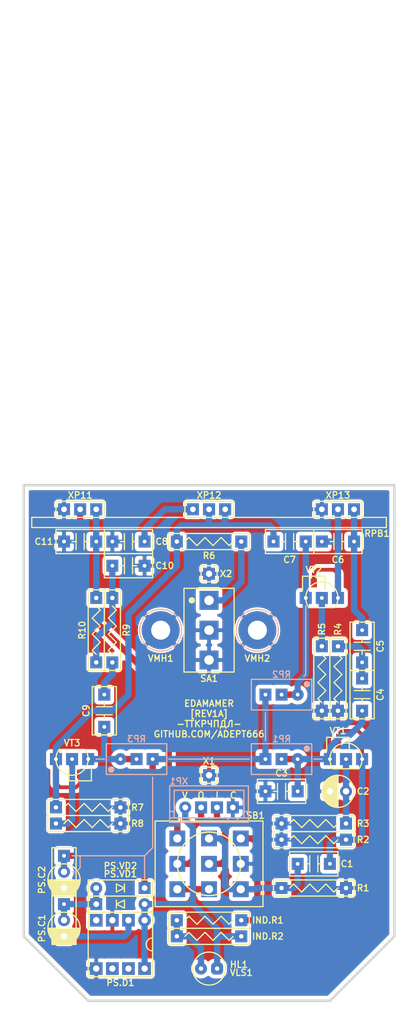
<source format=kicad_pcb>
(kicad_pcb (version 20171130) (host pcbnew 5.1.6-c6e7f7d~87~ubuntu19.10.1)
  (title_block (title Edamamer) (date 2022-01-06) (rev 1A) (company "Igor Ivanov") (comment 1 https://github.com/Adept666) (comment 2 "This project is licensed under GNU General Public License v3.0 or later"))
  (layers (0 F.Cu jumper) (31 B.Cu signal) (36 B.SilkS user) (37 F.SilkS user) (38 B.Mask user) (39 F.Mask user) (44 Edge.Cuts user))
  (net 0 "")
  (net 1 COM)
  (net 2 "Net-(HL1-PadC)")
  (net 3 /LED)
  (net 4 V)
  (net 5 /IN-CIR)
  (net 6 /IN-CON)
  (net 7 "Net-(SB1-PadNC1)")
  (net 8 /OUT-CIR)
  (net 9 /OUT-CON)
  (net 10 "Net-(C8-Pad1)")
  (net 11 "Net-(C9-Pad1)")
  (net 12 "Net-(C1-Pad2)")
  (net 13 "Net-(C7-Pad1)")
  (net 14 "Net-(C5-Pad2)")
  (net 15 "Net-(C7-Pad2)")
  (net 16 "Net-(C2-Pad+)")
  (net 17 "Net-(C3-Pad1)")
  (net 18 "Net-(C4-Pad2)")
  (net 19 "Net-(C6-Pad2)")
  (net 20 "Net-(C9-Pad2)")
  (net 21 "Net-(C10-Pad1)")
  (net 22 "Net-(C11-Pad1)")
  (net 23 "Net-(PS.C1-Pad-)")
  (net 24 "Net-(PS.C1-Pad+)")
  (net 25 VA)
  (net 26 "Net-(PS.D1-Pad4)")
  (net 27 "Net-(PS.D1-Pad6)")
  (net 28 "Net-(PS.D1-Pad7)")
  (net 29 "Net-(R5-Pad2)")
  (net 30 "Net-(R6-Pad1)")
  (net 31 "Net-(R8-Pad2)")
  (module KCL:VMH-STA-DA5-PNL-3.0 (layer F.Cu) (at 97.79 147.32)
    (fp_text reference VMH1 (at 0 4.445) (layer F.SilkS) (effects (font (thickness 0.2))))
    (fp_text value DI5M3x18)
    (pad 0 thru_hole circle (at 0 0) (size 6 6) (drill 3) (layers *.Cu *.Mask) (net 1 COM))
  )
  (module KCL:VMH-STA-DA5-PNL-3.0 (layer F.Cu) (at 113.03 147.32)
    (fp_text reference VMH2 (at 0 4.445) (layer F.SilkS) (effects (font (thickness 0.2))))
    (fp_text value DI5M3x18)
    (pad 0 thru_hole circle (at 0 0) (size 6 6) (drill 3) (layers *.Cu *.Mask) (net 1 COM))
  )
  (module SBKCL-TH-ML:P-SOT-23-D-S-G-OR-TO-92-D-S-G (layer F.Cu) (at 83.82 167.64 180)
    (fp_text reference VT3 (at 0 2.54) (layer F.SilkS) (effects (font (thickness 0.2))))
    (fp_text value 5457)
    (pad D thru_hole rect (at -2.54 0 180) (size 1.9 1.9) (drill 0.6) (layers *.Cu *.Mask) (net 11 "Net-(C9-Pad1)"))
    (pad S thru_hole rect (at 0 0 180) (size 1.9 1.9) (drill 0.6) (layers *.Cu *.Mask) (net 31 "Net-(R8-Pad2)"))
    (pad G thru_hole rect (at 2.54 0 180) (size 1.9 1.9) (drill 0.6) (layers *.Cu *.Mask) (net 15 "Net-(C7-Pad2)"))
    (pad G smd rect (at -1.27 -2.37 180) (size 1 1.4) (layers F.Cu F.Mask) (net 15 "Net-(C7-Pad2)"))
  )
  (module SBKCL-TH-ML:P-SOT-23-D-S-G-OR-TO-92-D-S-G (layer F.Cu) (at 123.19 142.24)
    (fp_text reference VT2 (at -1.27 -4.445) (layer F.SilkS) (effects (font (thickness 0.2))))
    (fp_text value J201)
    (pad G smd rect (at -1.27 -2.37) (size 1 1.4) (layers F.Cu F.Mask) (net 19 "Net-(C6-Pad2)"))
    (pad G thru_hole rect (at 2.54 0) (size 1.9 1.9) (drill 0.6) (layers *.Cu *.Mask) (net 19 "Net-(C6-Pad2)"))
    (pad S thru_hole rect (at 0 0) (size 1.9 1.9) (drill 0.6) (layers *.Cu *.Mask) (net 29 "Net-(R5-Pad2)"))
    (pad D thru_hole rect (at -2.54 0) (size 1.9 1.9) (drill 0.6) (layers *.Cu *.Mask) (net 13 "Net-(C7-Pad1)"))
  )
  (module SBKCL-TH-ML:P-SOT-23-D-S-G-OR-TO-92-D-S-G (layer F.Cu) (at 127 167.64)
    (fp_text reference VT1 (at -1.27 -4.445) (layer F.SilkS) (effects (font (thickness 0.2))))
    (fp_text value J201)
    (pad G smd rect (at -1.27 -2.37) (size 1 1.4) (layers F.Cu F.Mask) (net 12 "Net-(C1-Pad2)"))
    (pad G thru_hole rect (at 2.54 0) (size 1.9 1.9) (drill 0.6) (layers *.Cu *.Mask) (net 12 "Net-(C1-Pad2)"))
    (pad S thru_hole rect (at 0 0) (size 1.9 1.9) (drill 0.6) (layers *.Cu *.Mask) (net 16 "Net-(C2-Pad+)"))
    (pad D thru_hole rect (at -2.54 0) (size 1.9 1.9) (drill 0.6) (layers *.Cu *.Mask) (net 17 "Net-(C3-Pad1)"))
  )
  (module SBKCL-TH-ML:RPB-1590N1-18-3x17-1.6-PNL-7.4-2.8 (layer F.Cu) (at 105.41 117.04)
    (fp_text reference RPB1 (at 28.575 15.04) (layer F.SilkS) (effects (font (thickness 0.2)) (justify right)))
    (fp_text value A100K-A500K-A500K)
    (fp_text user XP12 (at 0 9.0075) (layer F.SilkS) (effects (font (thickness 0.2))))
    (fp_text user XP11 (at -20.32 9.0075) (layer F.SilkS) (effects (font (thickness 0.2))))
    (fp_text user XP13 (at 20.32 9.0075) (layer F.SilkS) (effects (font (thickness 0.2))))
    (pad 13 thru_hole rect (at -17.78 11.23) (size 1.9 1.9) (drill 0.9) (layers *.Cu *.Mask) (net 22 "Net-(C11-Pad1)"))
    (pad 12 thru_hole rect (at -20.32 11.23) (size 1.9 1.9) (drill 0.9) (layers *.Cu *.Mask) (net 8 /OUT-CIR))
    (pad 11 thru_hole rect (at -22.86 11.23) (size 1.9 1.9) (drill 0.9) (layers *.Cu *.Mask) (net 1 COM))
    (pad 21 thru_hole rect (at -2.54 11.23) (size 1.9 1.9) (drill 0.9) (layers *.Cu *.Mask) (net 10 "Net-(C8-Pad1)"))
    (pad 22 thru_hole rect (at 0 11.23) (size 1.9 1.9) (drill 0.9) (layers *.Cu *.Mask) (net 15 "Net-(C7-Pad2)"))
    (pad 23 thru_hole rect (at 2.54 11.23) (size 1.9 1.9) (drill 0.9) (layers *.Cu *.Mask) (net 15 "Net-(C7-Pad2)"))
    (pad 33 thru_hole rect (at 22.86 11.23) (size 1.9 1.9) (drill 0.9) (layers *.Cu *.Mask) (net 14 "Net-(C5-Pad2)"))
    (pad 32 thru_hole rect (at 20.32 11.23) (size 1.9 1.9) (drill 0.9) (layers *.Cu *.Mask) (net 19 "Net-(C6-Pad2)"))
    (pad 31 thru_hole rect (at 17.78 11.23) (size 1.9 1.9) (drill 0.9) (layers *.Cu *.Mask) (net 1 COM))
  )
  (module KCL-TH-ML:RP-3296W (layer B.Cu) (at 93.98 167.64)
    (fp_text reference RP3 (at 0 -3.175) (layer B.SilkS) (effects (font (thickness 0.2)) (justify mirror)))
    (fp_text value 50K)
    (pad 1 thru_hole circle (at -2.54 0) (size 1.9 1.9) (drill 0.6) (layers *.Cu *.Mask) (net 11 "Net-(C9-Pad1)"))
    (pad 2 thru_hole rect (at 0 0) (size 1.9 1.9) (drill 0.6) (layers *.Cu *.Mask) (net 11 "Net-(C9-Pad1)"))
    (pad 3 thru_hole rect (at 2.54 0) (size 1.9 1.9) (drill 0.6) (layers *.Cu *.Mask) (net 25 VA))
  )
  (module KCL-TH-ML:RP-3296W (layer B.Cu) (at 116.84 157.48 180)
    (fp_text reference RP2 (at 0 3.175) (layer B.SilkS) (effects (font (thickness 0.2)) (justify mirror)))
    (fp_text value 100K)
    (pad 1 thru_hole circle (at -2.54 0 180) (size 1.9 1.9) (drill 0.6) (layers *.Cu *.Mask) (net 13 "Net-(C7-Pad1)"))
    (pad 2 thru_hole rect (at 0 0 180) (size 1.9 1.9) (drill 0.6) (layers *.Cu *.Mask) (net 13 "Net-(C7-Pad1)"))
    (pad 3 thru_hole rect (at 2.54 0 180) (size 1.9 1.9) (drill 0.6) (layers *.Cu *.Mask) (net 25 VA))
  )
  (module KCL-TH-ML:RP-3296W (layer B.Cu) (at 116.84 167.64 180)
    (fp_text reference RP1 (at 0 3.175) (layer B.SilkS) (effects (font (thickness 0.2)) (justify mirror)))
    (fp_text value 100K)
    (pad 1 thru_hole circle (at -2.54 0 180) (size 1.9 1.9) (drill 0.6) (layers *.Cu *.Mask) (net 17 "Net-(C3-Pad1)"))
    (pad 2 thru_hole rect (at 0 0 180) (size 1.9 1.9) (drill 0.6) (layers *.Cu *.Mask) (net 17 "Net-(C3-Pad1)"))
    (pad 3 thru_hole rect (at 2.54 0 180) (size 1.9 1.9) (drill 0.6) (layers *.Cu *.Mask) (net 25 VA))
  )
  (module KCL-TH-ML:P-DO-41 (layer F.Cu) (at 91.44 187.96)
    (fp_text reference PS.VD2 (at 0 -3.4925) (layer F.SilkS) (effects (font (thickness 0.2))))
    (fp_text value 400x)
    (pad C thru_hole rect (at 3.81 0) (size 1.9 1.9) (drill 0.9) (layers *.Cu *.Mask) (net 25 VA))
    (pad A thru_hole circle (at -3.81 0) (size 1.9 1.9) (drill 0.9) (layers *.Cu *.Mask) (net 24 "Net-(PS.C1-Pad+)"))
  )
  (module KCL-TH-ML:P-DO-41 (layer F.Cu) (at 91.44 190.5 180)
    (fp_text reference PS.VD1 (at 0 4.7625) (layer F.SilkS) (effects (font (thickness 0.2))))
    (fp_text value 400x)
    (pad C thru_hole rect (at 3.81 0 180) (size 1.9 1.9) (drill 0.9) (layers *.Cu *.Mask) (net 24 "Net-(PS.C1-Pad+)"))
    (pad A thru_hole circle (at -3.81 0 180) (size 1.9 1.9) (drill 0.9) (layers *.Cu *.Mask) (net 4 V))
  )
  (module KCL:P-DIP-08 (layer F.Cu) (at 91.44 196.85 270)
    (fp_text reference PS.D1 (at 6.0325 0) (layer F.SilkS) (effects (font (thickness 0.2))))
    (fp_text value 7660S)
    (pad 1 thru_hole circle (at -3.81 -3.81 270) (size 2 2) (drill 1) (layers *.Cu *.Mask) (net 4 V))
    (pad 2 thru_hole rect (at -3.81 -1.27 270) (size 2 2) (drill 1) (layers *.Cu *.Mask) (net 23 "Net-(PS.C1-Pad-)"))
    (pad 3 thru_hole rect (at -3.81 1.27 270) (size 2 2) (drill 1) (layers *.Cu *.Mask) (net 1 COM))
    (pad 4 thru_hole rect (at -3.81 3.81 270) (size 2 2) (drill 1) (layers *.Cu *.Mask) (net 26 "Net-(PS.D1-Pad4)"))
    (pad 5 thru_hole rect (at 3.81 3.81 270) (size 2 2) (drill 1) (layers *.Cu *.Mask) (net 1 COM))
    (pad 6 thru_hole rect (at 3.81 1.27 270) (size 2 2) (drill 1) (layers *.Cu *.Mask) (net 27 "Net-(PS.D1-Pad6)"))
    (pad 7 thru_hole rect (at 3.81 -1.27 270) (size 2 2) (drill 1) (layers *.Cu *.Mask) (net 28 "Net-(PS.D1-Pad7)"))
    (pad 8 thru_hole rect (at 3.81 -3.81 270) (size 2 2) (drill 1) (layers *.Cu *.Mask) (net 4 V))
  )
  (module SBKCL-TH-ML:C-DISK-D04.2-T03.0-P05.08-d0.5-OR-CP-RADIAL-D05.0-P02.0-CLS (layer F.Cu) (at 82.55 185.42 270)
    (fp_text reference PS.C2 (at 1.27 3.4925 90) (layer F.SilkS) (effects (font (thickness 0.2))))
    (fp_text value 105)
    (pad + thru_hole rect (at -2.54 0 270) (size 1.9 1.9) (drill 0.6) (layers *.Cu *.Mask) (net 25 VA))
    (pad + thru_hole circle (at 0 0 270) (size 1.9 1.9) (drill 1) (layers *.Cu *.Mask) (net 25 VA))
    (pad - thru_hole rect (at 2.54 0 270) (size 1.9 1.9) (drill 1) (layers *.Cu *.Mask) (net 1 COM))
  )
  (module SBKCL-TH-ML:C-DISK-D04.2-T03.0-P05.08-d0.5-OR-CP-RADIAL-D05.0-P02.0-CLS (layer F.Cu) (at 82.55 193.04 270)
    (fp_text reference PS.C1 (at 1.27 3.4925 90) (layer F.SilkS) (effects (font (thickness 0.2))))
    (fp_text value 105)
    (pad + thru_hole rect (at -2.54 0 270) (size 1.9 1.9) (drill 0.6) (layers *.Cu *.Mask) (net 24 "Net-(PS.C1-Pad+)"))
    (pad + thru_hole circle (at 0 0 270) (size 1.9 1.9) (drill 1) (layers *.Cu *.Mask) (net 24 "Net-(PS.C1-Pad+)"))
    (pad - thru_hole rect (at 2.54 0 270) (size 1.9 1.9) (drill 1) (layers *.Cu *.Mask) (net 23 "Net-(PS.C1-Pad-)"))
  )
  (module KCL-TH-ML:C-DISK-D04.2-T03.0-P05.08-d0.5 (layer F.Cu) (at 85.09 133.35 180)
    (fp_text reference C11 (at 4.1275 0) (layer F.SilkS) (effects (font (thickness 0.2)) (justify right)))
    (fp_text value 332)
    (pad 1 thru_hole rect (at -2.54 0 180) (size 1.9 1.9) (drill 0.6) (layers *.Cu *.Mask) (net 22 "Net-(C11-Pad1)"))
    (pad 2 thru_hole rect (at 2.54 0 180) (size 1.9 1.9) (drill 0.6) (layers *.Cu *.Mask) (net 1 COM))
  )
  (module KCL-TH-ML:C-DISK-D04.2-T03.0-P05.08-d0.5 (layer F.Cu) (at 92.71 137.16)
    (fp_text reference C10 (at 4.1275 0) (layer F.SilkS) (effects (font (thickness 0.2)) (justify left)))
    (fp_text value 332)
    (pad 1 thru_hole rect (at -2.54 0) (size 1.9 1.9) (drill 0.6) (layers *.Cu *.Mask) (net 21 "Net-(C10-Pad1)"))
    (pad 2 thru_hole rect (at 2.54 0) (size 1.9 1.9) (drill 0.6) (layers *.Cu *.Mask) (net 1 COM))
  )
  (module KCL-TH-ML:C-DISK-D04.2-T03.0-P05.08-d0.5 (layer F.Cu) (at 125.73 133.35 180)
    (fp_text reference C6 (at 0 -2.8575) (layer F.SilkS) (effects (font (thickness 0.2))))
    (fp_text value 471)
    (pad 2 thru_hole rect (at 2.54 0 180) (size 1.9 1.9) (drill 0.6) (layers *.Cu *.Mask) (net 19 "Net-(C6-Pad2)"))
    (pad 1 thru_hole rect (at -2.54 0 180) (size 1.9 1.9) (drill 0.6) (layers *.Cu *.Mask) (net 14 "Net-(C5-Pad2)"))
  )
  (module KCL-TH-ML:C-DISK-D04.2-T03.0-P05.08-d0.5 (layer F.Cu) (at 129.54 157.48 90)
    (fp_text reference C4 (at 0 2.8575 90) (layer F.SilkS) (effects (font (thickness 0.2))))
    (fp_text value 472)
    (pad 1 thru_hole rect (at -2.54 0 90) (size 1.9 1.9) (drill 0.6) (layers *.Cu *.Mask) (net 17 "Net-(C3-Pad1)"))
    (pad 2 thru_hole rect (at 2.54 0 90) (size 1.9 1.9) (drill 0.6) (layers *.Cu *.Mask) (net 18 "Net-(C4-Pad2)"))
  )
  (module KCL-TH-ML:C-DISK-D04.2-T03.0-P05.08-d0.5 (layer F.Cu) (at 116.84 172.72 180)
    (fp_text reference C3 (at 0 2.8575) (layer F.SilkS) (effects (font (thickness 0.2))))
    (fp_text value 471)
    (pad 1 thru_hole rect (at -2.54 0 180) (size 1.9 1.9) (drill 0.6) (layers *.Cu *.Mask) (net 17 "Net-(C3-Pad1)"))
    (pad 2 thru_hole rect (at 2.54 0 180) (size 1.9 1.9) (drill 0.6) (layers *.Cu *.Mask) (net 1 COM))
  )
  (module KCL-TH-ML:CP-RADIAL-D05.0-P02.0-CLS (layer F.Cu) (at 125.73 172.72 180)
    (fp_text reference C2 (at -2.8575 0) (layer F.SilkS) (effects (font (thickness 0.2)) (justify left)))
    (fp_text value 336)
    (pad - thru_hole roundrect (at 1.27 0 180) (size 1.9 1.9) (drill 1) (layers *.Cu *.Mask) (roundrect_rratio 0.3) (net 1 COM))
    (pad + thru_hole circle (at -1.27 0 180) (size 1.9 1.9) (drill 1) (layers *.Cu *.Mask) (net 16 "Net-(C2-Pad+)"))
  )
  (module KCL-TH-ML:R-MFR-25 (layer F.Cu) (at 121.92 187.96 180)
    (fp_text reference R1 (at -6.6675 0) (layer F.SilkS) (effects (font (thickness 0.2)) (justify left)))
    (fp_text value 105)
    (pad 2 thru_hole rect (at 5.08 0 180) (size 1.9 1.9) (drill 0.7) (layers *.Cu *.Mask) (net 5 /IN-CIR))
    (pad 1 thru_hole rect (at -5.08 0 180) (size 1.9 1.9) (drill 0.7) (layers *.Cu *.Mask) (net 1 COM))
  )
  (module SBKCL-VIRTUAL:XB-1590N1 (layer F.Cu) (at 105.41 90.17)
    (fp_text reference XB1 hide)
    (fp_text value "1590N1 Connector Board" hide)
  )
  (module KCL-TH-ML:CON-XH-B4B-A (layer B.Cu) (at 105.41 175.26)
    (fp_text reference XP1 (at -6.35 -4.1275) (layer B.SilkS) (effects (font (thickness 0.2)) (justify right mirror)))
    (fp_text value B4B-XH-A)
    (pad 4 thru_hole rect (at 3.75 0) (size 1.9 1.9) (drill 0.9) (layers *.Cu *.Mask) (net 1 COM))
    (pad 3 thru_hole rect (at 1.25 0) (size 1.9 1.9) (drill 0.9) (layers *.Cu *.Mask) (net 6 /IN-CON))
    (pad 2 thru_hole rect (at -1.25 0) (size 1.9 1.9) (drill 0.9) (layers *.Cu *.Mask) (net 9 /OUT-CON))
    (pad 1 thru_hole circle (at -3.75 0) (size 1.9 1.9) (drill 0.9) (layers *.Cu *.Mask) (net 4 V))
  )
  (module KCL-TH-ML:CON-PAD-S-1.0-1.9 (layer F.Cu) (at 105.41 138.43)
    (fp_text reference X2 (at 1.5875 0) (layer F.SilkS) (effects (font (thickness 0.2)) (justify left)))
    (fp_text value COM)
    (pad 1 thru_hole rect (at 0 0) (size 1.9 1.9) (drill 1) (layers *.Cu *.Mask) (net 1 COM))
  )
  (module KCL-TH-ML:SW-MTS-102-A2-PNL-6.0 (layer F.Cu) (at 105.41 147.32)
    (fp_text reference SA1 (at 0 7.62) (layer F.SilkS) (effects (font (thickness 0.2))))
    (fp_text value MTS-102-A2)
    (pad NC thru_hole rect (at 0 -4.7) (size 3 3) (drill 1.5) (layers *.Cu *.Mask) (net 30 "Net-(R6-Pad1)"))
    (pad COM thru_hole rect (at 0 0) (size 3 3) (drill 1.5) (layers *.Cu *.Mask) (net 1 COM))
    (pad NO thru_hole rect (at 0 4.7) (size 3 3) (drill 1.5) (layers *.Cu *.Mask) (net 1 COM))
  )
  (module KCL-TH-ML:R-MFR-25 (layer F.Cu) (at 86.36 175.26 180)
    (fp_text reference R7 (at -6.6675 0) (layer F.SilkS) (effects (font (thickness 0.2)) (justify left)))
    (fp_text value 474)
    (pad 2 thru_hole rect (at 5.08 0 180) (size 1.9 1.9) (drill 0.7) (layers *.Cu *.Mask) (net 15 "Net-(C7-Pad2)"))
    (pad 1 thru_hole rect (at -5.08 0 180) (size 1.9 1.9) (drill 0.7) (layers *.Cu *.Mask) (net 1 COM))
  )
  (module KCL-TH-ML:R-MFR-25 (layer F.Cu) (at 123.19 154.94 90)
    (fp_text reference R5 (at 6.6675 0 90) (layer F.SilkS) (effects (font (thickness 0.2)) (justify left)))
    (fp_text value 272)
    (pad 2 thru_hole rect (at 5.08 0 90) (size 1.9 1.9) (drill 0.7) (layers *.Cu *.Mask) (net 29 "Net-(R5-Pad2)"))
    (pad 1 thru_hole rect (at -5.08 0 90) (size 1.9 1.9) (drill 0.7) (layers *.Cu *.Mask) (net 1 COM))
  )
  (module KCL-TH-ML:R-MFR-25 (layer F.Cu) (at 125.73 154.94 90)
    (fp_text reference R4 (at 6.6675 0 90) (layer F.SilkS) (effects (font (thickness 0.2)) (justify left)))
    (fp_text value 474)
    (pad 2 thru_hole rect (at 5.08 0 90) (size 1.9 1.9) (drill 0.7) (layers *.Cu *.Mask) (net 18 "Net-(C4-Pad2)"))
    (pad 1 thru_hole rect (at -5.08 0 90) (size 1.9 1.9) (drill 0.7) (layers *.Cu *.Mask) (net 1 COM))
  )
  (module KCL-TH-ML:R-MFR-25 (layer F.Cu) (at 90.17 147.32 90)
    (fp_text reference R9 (at 0 2.2225 90) (layer F.SilkS) (effects (font (thickness 0.2))))
    (fp_text value 123)
    (pad 1 thru_hole rect (at -5.08 0 90) (size 1.9 1.9) (drill 0.7) (layers *.Cu *.Mask) (net 20 "Net-(C9-Pad2)"))
    (pad 2 thru_hole rect (at 5.08 0 90) (size 1.9 1.9) (drill 0.7) (layers *.Cu *.Mask) (net 21 "Net-(C10-Pad1)"))
  )
  (module KCL-TH-ML:R-MFR-25 (layer F.Cu) (at 86.36 177.8 180)
    (fp_text reference R8 (at -6.6675 0) (layer F.SilkS) (effects (font (thickness 0.2)) (justify left)))
    (fp_text value 221)
    (pad 2 thru_hole rect (at 5.08 0 180) (size 1.9 1.9) (drill 0.7) (layers *.Cu *.Mask) (net 31 "Net-(R8-Pad2)"))
    (pad 1 thru_hole rect (at -5.08 0 180) (size 1.9 1.9) (drill 0.7) (layers *.Cu *.Mask) (net 1 COM))
  )
  (module SBKCL-TH-ML:SW-PBS-24-302SP-2.5-PNL-13.0 (layer F.Cu) (at 105.41 184.15)
    (fp_text reference SB1 (at 8.89 -7.62) (layer F.SilkS) (effects (font (thickness 0.2)) (justify right)))
    (fp_text value PBS-24-302SP)
    (pad NC1 thru_hole rect (at -5 4) (size 2.5 2.5) (drill 1.3) (layers *.Cu *.Mask) (net 7 "Net-(SB1-PadNC1)"))
    (pad COM1 thru_hole rect (at -5 0) (size 2.5 2.5) (drill 1.3) (layers *.Cu *.Mask) (net 9 /OUT-CON))
    (pad NO1 thru_hole rect (at -5 -4) (size 2.5 2.5) (drill 1.3) (layers *.Cu *.Mask) (net 8 /OUT-CIR))
    (pad NO2 thru_hole rect (at 0 -4) (size 2.5 2.5) (drill 1.3) (layers *.Cu *.Mask) (net 5 /IN-CIR))
    (pad NC2 thru_hole rect (at 0 4) (size 2.5 2.5) (drill 1.3) (layers *.Cu *.Mask) (net 7 "Net-(SB1-PadNC1)"))
    (pad COM2 thru_hole rect (at 0 0) (size 2.5 2.5) (drill 1.3) (layers *.Cu *.Mask) (net 6 /IN-CON))
    (pad NO3 thru_hole rect (at 5 -4) (size 2.5 2.5) (drill 1.3) (layers *.Cu *.Mask) (net 3 /LED))
    (pad NC3 thru_hole rect (at 5 4) (size 2.5 2.5) (drill 1.3) (layers *.Cu *.Mask) (net 5 /IN-CIR))
    (pad COM3 thru_hole rect (at 5 0) (size 2.5 2.5) (drill 1.3) (layers *.Cu *.Mask) (net 1 COM))
  )
  (module KCL-TH-ML:LED-ROUND-05.0-UNI-SH-SPACER-PNL-5.3 (layer F.Cu) (at 105.41 200.66)
    (fp_text reference HL1 (at 3.175 -0.635) (layer F.SilkS) (effects (font (thickness 0.2)) (justify left)))
    (fp_text value FYL-5013UWC)
    (pad C thru_hole circle (at -1.27 0) (size 1.9 1.9) (drill 0.7) (layers *.Cu *.Mask) (net 2 "Net-(HL1-PadC)"))
    (pad A thru_hole roundrect (at 1.27 0) (size 1.9 1.9) (drill 0.7) (layers *.Cu *.Mask) (roundrect_rratio 0.3) (net 4 V))
  )
  (module KCL:VLS-BR (layer F.Cu) (at 105.41 200.66)
    (fp_text reference VLS1 (at 3.175 0.635) (layer F.SilkS) (effects (font (thickness 0.2)) (justify left)))
    (fp_text value BR-12.7)
  )
  (module KCL-TH-ML:R-MFR-25 (layer F.Cu) (at 105.41 133.35 180)
    (fp_text reference R6 (at 0 -2.2225) (layer F.SilkS) (effects (font (thickness 0.2))))
    (fp_text value 124)
    (pad 1 thru_hole rect (at -5.08 0 180) (size 1.9 1.9) (drill 0.7) (layers *.Cu *.Mask) (net 30 "Net-(R6-Pad1)"))
    (pad 2 thru_hole rect (at 5.08 0 180) (size 1.9 1.9) (drill 0.7) (layers *.Cu *.Mask) (net 15 "Net-(C7-Pad2)"))
  )
  (module KCL-TH-ML:R-MFR-25 (layer F.Cu) (at 87.63 147.32 90)
    (fp_text reference R10 (at 0 -2.2225 90) (layer F.SilkS) (effects (font (thickness 0.2))))
    (fp_text value 123)
    (pad 1 thru_hole rect (at -5.08 0 90) (size 1.9 1.9) (drill 0.7) (layers *.Cu *.Mask) (net 21 "Net-(C10-Pad1)"))
    (pad 2 thru_hole rect (at 5.08 0 90) (size 1.9 1.9) (drill 0.7) (layers *.Cu *.Mask) (net 22 "Net-(C11-Pad1)"))
  )
  (module KCL-TH-ML:R-MFR-25 (layer F.Cu) (at 121.92 180.34)
    (fp_text reference R2 (at 6.6675 0) (layer F.SilkS) (effects (font (thickness 0.2)) (justify left)))
    (fp_text value 105)
    (pad 2 thru_hole rect (at 5.08 0) (size 1.9 1.9) (drill 0.7) (layers *.Cu *.Mask) (net 12 "Net-(C1-Pad2)"))
    (pad 1 thru_hole rect (at -5.08 0) (size 1.9 1.9) (drill 0.7) (layers *.Cu *.Mask) (net 1 COM))
  )
  (module KCL-TH-ML:R-MFR-25 (layer F.Cu) (at 121.92 177.8)
    (fp_text reference R3 (at 6.6675 0) (layer F.SilkS) (effects (font (thickness 0.2)) (justify left)))
    (fp_text value 152)
    (pad 2 thru_hole rect (at 5.08 0) (size 1.9 1.9) (drill 0.7) (layers *.Cu *.Mask) (net 16 "Net-(C2-Pad+)"))
    (pad 1 thru_hole rect (at -5.08 0) (size 1.9 1.9) (drill 0.7) (layers *.Cu *.Mask) (net 1 COM))
  )
  (module KCL-TH-ML:C-DISK-D04.2-T03.0-P05.08-d0.5 (layer F.Cu) (at 121.92 184.15)
    (fp_text reference C1 (at 4.1275 0) (layer F.SilkS) (effects (font (thickness 0.2)) (justify left)))
    (fp_text value 223)
    (pad 2 thru_hole rect (at 2.54 0) (size 1.9 1.9) (drill 0.6) (layers *.Cu *.Mask) (net 12 "Net-(C1-Pad2)"))
    (pad 1 thru_hole rect (at -2.54 0) (size 1.9 1.9) (drill 0.6) (layers *.Cu *.Mask) (net 5 /IN-CIR))
  )
  (module KCL-TH-ML:C-DISK-D04.2-T03.0-P05.08-d0.5 (layer F.Cu) (at 92.71 133.35 180)
    (fp_text reference C8 (at -4.1275 0) (layer F.SilkS) (effects (font (thickness 0.2)) (justify left)))
    (fp_text value 472)
    (pad 1 thru_hole rect (at -2.54 0 180) (size 1.9 1.9) (drill 0.6) (layers *.Cu *.Mask) (net 10 "Net-(C8-Pad1)"))
    (pad 2 thru_hole rect (at 2.54 0 180) (size 1.9 1.9) (drill 0.6) (layers *.Cu *.Mask) (net 1 COM))
  )
  (module KCL-TH-ML:C-DISK-D04.2-T03.0-P05.08-d0.5 (layer F.Cu) (at 88.9 160.02 90)
    (fp_text reference C9 (at 0 -2.8575 90) (layer F.SilkS) (effects (font (thickness 0.2))))
    (fp_text value 103)
    (pad 2 thru_hole rect (at 2.54 0 90) (size 1.9 1.9) (drill 0.6) (layers *.Cu *.Mask) (net 20 "Net-(C9-Pad2)"))
    (pad 1 thru_hole rect (at -2.54 0 90) (size 1.9 1.9) (drill 0.6) (layers *.Cu *.Mask) (net 11 "Net-(C9-Pad1)"))
  )
  (module KCL-TH-ML:C-DISK-D04.2-T03.0-P05.08-d0.5 (layer F.Cu) (at 129.54 149.86 90)
    (fp_text reference C5 (at 0 2.8575 90) (layer F.SilkS) (effects (font (thickness 0.2))))
    (fp_text value 472)
    (pad 2 thru_hole rect (at 2.54 0 90) (size 1.9 1.9) (drill 0.6) (layers *.Cu *.Mask) (net 14 "Net-(C5-Pad2)"))
    (pad 1 thru_hole rect (at -2.54 0 90) (size 1.9 1.9) (drill 0.6) (layers *.Cu *.Mask) (net 18 "Net-(C4-Pad2)"))
  )
  (module KCL-TH-ML:C-DISK-D04.2-T03.0-P05.08-d0.5 (layer F.Cu) (at 118.11 133.35 180)
    (fp_text reference C7 (at 0 -2.8575) (layer F.SilkS) (effects (font (thickness 0.2))))
    (fp_text value 103)
    (pad 1 thru_hole rect (at -2.54 0 180) (size 1.9 1.9) (drill 0.6) (layers *.Cu *.Mask) (net 13 "Net-(C7-Pad1)"))
    (pad 2 thru_hole rect (at 2.54 0 180) (size 1.9 1.9) (drill 0.6) (layers *.Cu *.Mask) (net 15 "Net-(C7-Pad2)"))
  )
  (module SBEL:1590N1_A1 (layer F.Cu) (at 105.41 148.59)
    (fp_text reference VE1 hide)
    (fp_text value 1590N1 hide)
  )
  (module KCL-TH-ML:R-MFR-25 (layer F.Cu) (at 105.41 195.58)
    (fp_text reference IND.R2 (at 6.6675 0) (layer F.SilkS) (effects (font (thickness 0.2)) (justify left)))
    (fp_text value 105)
    (pad 2 thru_hole rect (at 5.08 0) (size 1.9 1.9) (drill 0.7) (layers *.Cu *.Mask) (net 4 V))
    (pad 1 thru_hole rect (at -5.08 0) (size 1.9 1.9) (drill 0.7) (layers *.Cu *.Mask) (net 2 "Net-(HL1-PadC)"))
  )
  (module KCL-TH-ML:R-MFR-25 (layer F.Cu) (at 105.41 193.04 180)
    (fp_text reference IND.R1 (at -6.6675 0) (layer F.SilkS) (effects (font (thickness 0.2)) (justify left)))
    (fp_text value 103)
    (pad 2 thru_hole rect (at 5.08 0 180) (size 1.9 1.9) (drill 0.7) (layers *.Cu *.Mask) (net 2 "Net-(HL1-PadC)"))
    (pad 1 thru_hole rect (at -5.08 0 180) (size 1.9 1.9) (drill 0.7) (layers *.Cu *.Mask) (net 3 /LED))
  )
  (module KCL-TH-ML:CON-PAD-S-1.0-1.9 (layer F.Cu) (at 105.41 170.18)
    (fp_text reference X1 (at 0 -2.2225) (layer F.SilkS) (effects (font (thickness 0.2))))
    (fp_text value COM)
    (pad 1 thru_hole rect (at 0 0) (size 1.9 1.9) (drill 1) (layers *.Cu *.Mask) (net 1 COM))
  )
  (gr_line (start 85.09 184.785) (end 84.455 185.42) (layer B.SilkS) (width 0.2))
  (gr_line (start 120.65 154.305) (end 120.3325 154.6225) (layer B.SilkS) (width 0.2))
  (gr_line (start 120.65 143.51) (end 120.65 154.305) (layer B.SilkS) (width 0.2))
  (gr_line (start 88.9 167.64) (end 87.63 167.64) (layer B.SilkS) (width 0.2))
  (gr_line (start 123.19 167.64) (end 121.92 167.64) (layer B.SilkS) (width 0.2))
  (gr_line (start 84.455 185.42) (end 83.82 185.42) (layer B.SilkS) (width 0.2))
  (gr_line (start 85.09 182.88) (end 85.09 184.785) (layer B.SilkS) (width 0.2))
  (gr_line (start 96.52 181.61) (end 95.25 182.88) (layer B.SilkS) (width 0.2))
  (gr_line (start 95.25 182.88) (end 95.25 186.69) (layer B.SilkS) (width 0.2))
  (gr_line (start 96.52 170.4975) (end 96.52 181.61) (layer B.SilkS) (width 0.2))
  (gr_line (start 114.3 160.3375) (end 114.3 164.7825) (layer B.SilkS) (width 0.2))
  (gr_line (start 95.25 182.88) (end 83.82 182.88) (layer B.SilkS) (width 0.2))
  (gr_line (start 111.76 167.64) (end 99.06 167.64) (layer B.SilkS) (width 0.2))
  (gr_text C (at 109.22 173.355) (layer F.SilkS) (effects (font (size 1 1) (thickness 0.2))))
  (gr_text I (at 106.68 173.355) (layer F.SilkS) (effects (font (size 1 1) (thickness 0.2))))
  (gr_text O (at 104.14 173.355) (layer F.SilkS) (effects (font (size 1 1) (thickness 0.2))))
  (gr_text V (at 101.6 173.355) (layer F.SilkS) (effects (font (size 1 1) (thickness 0.2))))
  (gr_text "EDAMAMER\n[REV1A]\n-ТТКРЧПДЛ-\nGITHUB.COM/ADEPT666" (at 105.41 161.29) (layer F.SilkS) (effects (font (size 1 1) (thickness 0.2))))
  (gr_line (start 124.46 205.74) (end 134.62 195.58) (layer Edge.Cuts) (width 0.4))
  (gr_line (start 76.2 195.58) (end 86.36 205.74) (layer Edge.Cuts) (width 0.4))
  (gr_line (start 76.2 124.46) (end 134.62 124.46) (layer Edge.Cuts) (width 0.4))
  (gr_line (start 134.62 124.46) (end 134.62 195.58) (layer Edge.Cuts) (width 0.4))
  (gr_line (start 76.2 124.46) (end 76.2 195.58) (layer Edge.Cuts) (width 0.4))
  (gr_line (start 86.36 205.74) (end 124.46 205.74) (layer Edge.Cuts) (width 0.4))
  (segment (start 100.33 195.58) (end 102.235 195.58) (width 1) (layer B.Cu) (net 2))
  (segment (start 102.235 195.58) (end 104.14 197.485) (width 1) (layer B.Cu) (net 2))
  (segment (start 104.14 197.485) (end 104.14 200.66) (width 1) (layer B.Cu) (net 2))
  (segment (start 100.33 193.04) (end 100.33 195.58) (width 1) (layer B.Cu) (net 2))
  (segment (start 110.41 180.15) (end 112.205 180.15) (width 1) (layer F.Cu) (net 3))
  (segment (start 112.205 180.15) (end 113.03 180.975) (width 1) (layer F.Cu) (net 3))
  (segment (start 113.03 180.975) (end 113.03 192.405) (width 1) (layer F.Cu) (net 3))
  (segment (start 112.395 193.04) (end 113.03 192.405) (width 1) (layer F.Cu) (net 3))
  (segment (start 110.49 193.04) (end 112.395 193.04) (width 1) (layer F.Cu) (net 3))
  (segment (start 101.66 175.26) (end 101.66 177.225) (width 1) (layer B.Cu) (net 4))
  (segment (start 101.66 177.225) (end 102.87 178.435) (width 1) (layer B.Cu) (net 4))
  (segment (start 102.87 178.435) (end 102.87 190.5) (width 1) (layer B.Cu) (net 4))
  (segment (start 102.87 190.5) (end 106.68 194.31) (width 1) (layer B.Cu) (net 4))
  (segment (start 106.68 195.58) (end 110.49 195.58) (width 1) (layer B.Cu) (net 4))
  (segment (start 106.68 194.31) (end 106.68 195.58) (width 1) (layer B.Cu) (net 4))
  (segment (start 106.68 195.58) (end 106.68 200.66) (width 1) (layer B.Cu) (net 4))
  (segment (start 95.25 193.04) (end 95.25 190.5) (width 1) (layer B.Cu) (net 4))
  (segment (start 95.25 193.04) (end 95.25 200.66) (width 1) (layer B.Cu) (net 4))
  (segment (start 95.25 190.5) (end 102.87 190.5) (width 1) (layer B.Cu) (net 4))
  (segment (start 107.125 180.15) (end 105.41 180.15) (width 1) (layer B.Cu) (net 5))
  (segment (start 107.95 180.975) (end 107.125 180.15) (width 1) (layer B.Cu) (net 5))
  (segment (start 107.95 187.6425) (end 107.95 180.975) (width 1) (layer B.Cu) (net 5))
  (segment (start 108.4575 188.15) (end 107.95 187.6425) (width 1) (layer B.Cu) (net 5))
  (segment (start 110.41 188.15) (end 108.4575 188.15) (width 1) (layer B.Cu) (net 5))
  (segment (start 112.84 188.15) (end 110.41 188.15) (width 1) (layer B.Cu) (net 5))
  (segment (start 113.03 187.96) (end 112.84 188.15) (width 1) (layer B.Cu) (net 5))
  (segment (start 116.84 187.96) (end 113.03 187.96) (width 1) (layer B.Cu) (net 5))
  (segment (start 118.745 187.96) (end 119.38 187.325) (width 1) (layer B.Cu) (net 5))
  (segment (start 119.38 184.15) (end 119.38 187.325) (width 1) (layer B.Cu) (net 5))
  (segment (start 116.84 187.96) (end 118.745 187.96) (width 1) (layer B.Cu) (net 5))
  (segment (start 105.41 184.15) (end 107.315 184.15) (width 1) (layer F.Cu) (net 6))
  (segment (start 107.315 184.15) (end 107.95 183.515) (width 1) (layer F.Cu) (net 6))
  (segment (start 107.95 183.515) (end 107.95 178.435) (width 1) (layer F.Cu) (net 6))
  (segment (start 106.66 177.145) (end 107.95 178.435) (width 1) (layer F.Cu) (net 6))
  (segment (start 106.66 175.26) (end 106.66 177.145) (width 1) (layer F.Cu) (net 6))
  (segment (start 100.41 188.15) (end 105.41 188.15) (width 1) (layer F.Cu) (net 7))
  (segment (start 99.06 176.53) (end 100.41 177.88) (width 1) (layer F.Cu) (net 8))
  (segment (start 100.41 177.88) (end 100.41 180.15) (width 1) (layer F.Cu) (net 8))
  (segment (start 99.06 157.48) (end 99.06 176.53) (width 1) (layer F.Cu) (net 8))
  (segment (start 85.09 143.51) (end 99.06 157.48) (width 1) (layer F.Cu) (net 8))
  (segment (start 85.09 128.27) (end 85.09 143.51) (width 1) (layer F.Cu) (net 8))
  (segment (start 102.235 184.15) (end 100.41 184.15) (width 1) (layer F.Cu) (net 9))
  (segment (start 102.235 184.15) (end 102.87 183.515) (width 1) (layer F.Cu) (net 9))
  (segment (start 102.87 183.515) (end 102.87 178.435) (width 1) (layer F.Cu) (net 9))
  (segment (start 104.16 177.145) (end 102.87 178.435) (width 1) (layer F.Cu) (net 9))
  (segment (start 104.16 175.26) (end 104.16 177.145) (width 1) (layer F.Cu) (net 9))
  (segment (start 98.425 128.27) (end 102.87 128.27) (width 1) (layer B.Cu) (net 10))
  (segment (start 95.25 131.445) (end 98.425 128.27) (width 1) (layer B.Cu) (net 10))
  (segment (start 95.25 133.35) (end 95.25 131.445) (width 1) (layer B.Cu) (net 10))
  (segment (start 91.44 167.64) (end 93.98 167.64) (width 1) (layer F.Cu) (net 11))
  (segment (start 88.9 162.56) (end 88.9 167.64) (width 1) (layer B.Cu) (net 11))
  (segment (start 88.9 167.64) (end 91.44 167.64) (width 1) (layer B.Cu) (net 11))
  (segment (start 86.36 167.64) (end 88.9 167.64) (width 1) (layer B.Cu) (net 11))
  (segment (start 128.905 163.195) (end 129.54 163.83) (width 0.6) (layer F.Cu) (net 12))
  (segment (start 129.54 163.83) (end 129.54 167.64) (width 0.6) (layer F.Cu) (net 12))
  (segment (start 125.73 165.27) (end 125.73 163.83) (width 0.6) (layer F.Cu) (net 12))
  (segment (start 126.365 163.195) (end 128.905 163.195) (width 0.6) (layer F.Cu) (net 12))
  (segment (start 125.73 163.83) (end 126.365 163.195) (width 0.6) (layer F.Cu) (net 12))
  (segment (start 124.46 180.975) (end 125.095 180.34) (width 1) (layer B.Cu) (net 12))
  (segment (start 125.095 180.34) (end 127 180.34) (width 1) (layer B.Cu) (net 12))
  (segment (start 124.46 184.15) (end 124.46 180.975) (width 1) (layer B.Cu) (net 12))
  (segment (start 128.905 180.34) (end 129.54 179.705) (width 1) (layer B.Cu) (net 12))
  (segment (start 129.54 167.64) (end 129.54 179.705) (width 1) (layer B.Cu) (net 12))
  (segment (start 127 180.34) (end 128.905 180.34) (width 1) (layer B.Cu) (net 12))
  (segment (start 116.84 157.48) (end 119.38 157.48) (width 1) (layer F.Cu) (net 13))
  (segment (start 120.65 133.35) (end 120.65 142.24) (width 1) (layer B.Cu) (net 13))
  (segment (start 120.65 154.305) (end 119.38 155.575) (width 1) (layer B.Cu) (net 13))
  (segment (start 119.38 155.575) (end 119.38 157.48) (width 1) (layer B.Cu) (net 13))
  (segment (start 120.65 142.24) (end 120.65 154.305) (width 1) (layer B.Cu) (net 13))
  (segment (start 128.27 128.27) (end 128.27 133.35) (width 1) (layer B.Cu) (net 14))
  (segment (start 129.54 145.415) (end 129.54 147.32) (width 1) (layer B.Cu) (net 14))
  (segment (start 128.27 144.145) (end 129.54 145.415) (width 1) (layer B.Cu) (net 14))
  (segment (start 128.27 133.35) (end 128.27 144.145) (width 1) (layer B.Cu) (net 14))
  (segment (start 105.41 130.81) (end 105.41 128.27) (width 1) (layer B.Cu) (net 15))
  (segment (start 81.28 167.64) (end 81.28 175.26) (width 1) (layer B.Cu) (net 15))
  (segment (start 92.71 144.78) (end 100.33 137.16) (width 1) (layer B.Cu) (net 15))
  (segment (start 90.17 160.02) (end 92.71 157.48) (width 1) (layer B.Cu) (net 15))
  (segment (start 86.995 160.02) (end 90.17 160.02) (width 1) (layer B.Cu) (net 15))
  (segment (start 100.33 137.16) (end 100.33 133.35) (width 1) (layer B.Cu) (net 15))
  (segment (start 92.71 157.48) (end 92.71 144.78) (width 1) (layer B.Cu) (net 15))
  (segment (start 81.28 165.735) (end 86.995 160.02) (width 1) (layer B.Cu) (net 15))
  (segment (start 81.28 167.64) (end 81.28 165.735) (width 1) (layer B.Cu) (net 15))
  (segment (start 100.33 131.445) (end 100.965 130.81) (width 1) (layer B.Cu) (net 15))
  (segment (start 100.965 130.81) (end 105.41 130.81) (width 1) (layer B.Cu) (net 15))
  (segment (start 100.33 131.445) (end 100.33 133.35) (width 1) (layer B.Cu) (net 15))
  (segment (start 114.935 130.81) (end 115.57 131.445) (width 1) (layer B.Cu) (net 15))
  (segment (start 115.57 131.445) (end 115.57 133.35) (width 1) (layer B.Cu) (net 15))
  (segment (start 107.95 128.27) (end 107.95 130.81) (width 1) (layer B.Cu) (net 15))
  (segment (start 107.95 130.81) (end 114.935 130.81) (width 1) (layer B.Cu) (net 15))
  (segment (start 105.41 130.81) (end 107.95 130.81) (width 1) (layer B.Cu) (net 15))
  (segment (start 81.915 172.085) (end 81.28 171.45) (width 0.6) (layer F.Cu) (net 15))
  (segment (start 84.455 172.085) (end 81.915 172.085) (width 0.6) (layer F.Cu) (net 15))
  (segment (start 81.28 171.45) (end 81.28 167.64) (width 0.6) (layer F.Cu) (net 15))
  (segment (start 85.09 171.45) (end 84.455 172.085) (width 0.6) (layer F.Cu) (net 15))
  (segment (start 85.09 170.01) (end 85.09 171.45) (width 0.6) (layer F.Cu) (net 15))
  (segment (start 127 167.64) (end 127 172.72) (width 1) (layer B.Cu) (net 16))
  (segment (start 127 172.72) (end 127 177.8) (width 1) (layer B.Cu) (net 16))
  (segment (start 116.84 167.64) (end 119.38 167.64) (width 1) (layer F.Cu) (net 17))
  (segment (start 119.38 167.64) (end 124.46 167.64) (width 1) (layer B.Cu) (net 17))
  (segment (start 119.38 167.64) (end 119.38 172.72) (width 1) (layer B.Cu) (net 17))
  (segment (start 129.54 161.925) (end 129.54 160.02) (width 1) (layer B.Cu) (net 17))
  (segment (start 127.635 163.83) (end 129.54 161.925) (width 1) (layer B.Cu) (net 17))
  (segment (start 126.365 163.83) (end 127.635 163.83) (width 1) (layer B.Cu) (net 17))
  (segment (start 124.46 165.735) (end 126.365 163.83) (width 1) (layer B.Cu) (net 17))
  (segment (start 124.46 167.64) (end 124.46 165.735) (width 1) (layer B.Cu) (net 17))
  (segment (start 129.54 152.4) (end 129.54 154.94) (width 1) (layer B.Cu) (net 18))
  (segment (start 128.905 149.86) (end 129.54 150.495) (width 1) (layer B.Cu) (net 18))
  (segment (start 129.54 150.495) (end 129.54 152.4) (width 1) (layer B.Cu) (net 18))
  (segment (start 125.73 149.86) (end 128.905 149.86) (width 1) (layer B.Cu) (net 18))
  (segment (start 125.095 137.795) (end 125.73 138.43) (width 0.6) (layer F.Cu) (net 19))
  (segment (start 125.73 138.43) (end 125.73 142.24) (width 0.6) (layer F.Cu) (net 19))
  (segment (start 121.92 139.87) (end 121.92 138.43) (width 0.6) (layer F.Cu) (net 19))
  (segment (start 122.555 137.795) (end 125.095 137.795) (width 0.6) (layer F.Cu) (net 19))
  (segment (start 121.92 138.43) (end 122.555 137.795) (width 0.6) (layer F.Cu) (net 19))
  (segment (start 125.73 128.27) (end 125.73 133.35) (width 1) (layer B.Cu) (net 19))
  (segment (start 123.19 133.35) (end 125.73 133.35) (width 1) (layer B.Cu) (net 19))
  (segment (start 125.73 133.35) (end 125.73 142.24) (width 1) (layer B.Cu) (net 19))
  (segment (start 90.17 154.305) (end 90.17 152.4) (width 1) (layer B.Cu) (net 20))
  (segment (start 88.9 155.575) (end 90.17 154.305) (width 1) (layer B.Cu) (net 20))
  (segment (start 88.9 157.48) (end 88.9 155.575) (width 1) (layer B.Cu) (net 20))
  (segment (start 90.17 137.16) (end 90.17 142.24) (width 1) (layer B.Cu) (net 21))
  (segment (start 90.17 146.05) (end 90.17 142.24) (width 1) (layer B.Cu) (net 21))
  (segment (start 87.63 148.59) (end 90.17 146.05) (width 1) (layer B.Cu) (net 21))
  (segment (start 87.63 152.4) (end 87.63 148.59) (width 1) (layer B.Cu) (net 21))
  (segment (start 87.63 128.27) (end 87.63 133.35) (width 1) (layer B.Cu) (net 22))
  (segment (start 87.63 133.35) (end 87.63 142.24) (width 1) (layer B.Cu) (net 22))
  (segment (start 92.075 195.58) (end 92.71 194.945) (width 1) (layer B.Cu) (net 23))
  (segment (start 92.71 193.04) (end 92.71 194.945) (width 1) (layer B.Cu) (net 23))
  (segment (start 82.55 195.58) (end 92.075 195.58) (width 1) (layer B.Cu) (net 23))
  (segment (start 87.63 190.5) (end 87.63 187.96) (width 1) (layer B.Cu) (net 24))
  (segment (start 82.55 190.5) (end 82.55 193.04) (width 1) (layer B.Cu) (net 24))
  (segment (start 82.55 190.5) (end 87.63 190.5) (width 1) (layer B.Cu) (net 24))
  (segment (start 82.55 185.42) (end 82.55 182.88) (width 1) (layer B.Cu) (net 25))
  (segment (start 96.52 167.64) (end 114.3 167.64) (width 1) (layer B.Cu) (net 25))
  (segment (start 114.3 157.48) (end 114.3 167.64) (width 1) (layer B.Cu) (net 25))
  (segment (start 95.25 182.88) (end 96.52 181.61) (width 1) (layer F.Cu) (net 25))
  (segment (start 82.55 182.88) (end 95.25 182.88) (width 1) (layer F.Cu) (net 25))
  (segment (start 95.25 187.96) (end 95.25 182.88) (width 1) (layer F.Cu) (net 25))
  (segment (start 96.52 181.61) (end 96.52 167.64) (width 1) (layer F.Cu) (net 25))
  (segment (start 123.19 142.24) (end 123.19 149.86) (width 1) (layer B.Cu) (net 29))
  (segment (start 110.49 139.7) (end 110.49 133.35) (width 1) (layer B.Cu) (net 30))
  (segment (start 107.57 142.62) (end 110.49 139.7) (width 1) (layer B.Cu) (net 30))
  (segment (start 105.41 142.62) (end 107.57 142.62) (width 1) (layer B.Cu) (net 30))
  (segment (start 83.185 177.8) (end 83.82 177.165) (width 1) (layer B.Cu) (net 31))
  (segment (start 83.82 167.64) (end 83.82 177.165) (width 1) (layer B.Cu) (net 31))
  (segment (start 81.28 177.8) (end 83.185 177.8) (width 1) (layer B.Cu) (net 31))
  (zone (net 1) (net_name COM) (layer B.Cu) (connect_pads (clearance 0.6)) (min_thickness 0.5) (fill yes (arc_segments 32) (thermal_gap 0.6) (thermal_bridge_width 0.6))
    (polygon (pts (xy 74.93 123.19) (xy 135.89 123.19) (xy 135.89 207.01) (xy 74.93 207.01)))
  )
  (zone (net 1) (net_name COM) (layer F.Cu) (connect_pads (clearance 0.6)) (min_thickness 0.5) (fill yes (arc_segments 32) (thermal_gap 0.6) (thermal_bridge_width 0.6))
    (polygon (pts (xy 74.93 123.19) (xy 135.89 123.19) (xy 135.89 207.01) (xy 74.93 207.01)))
  )
)
</source>
